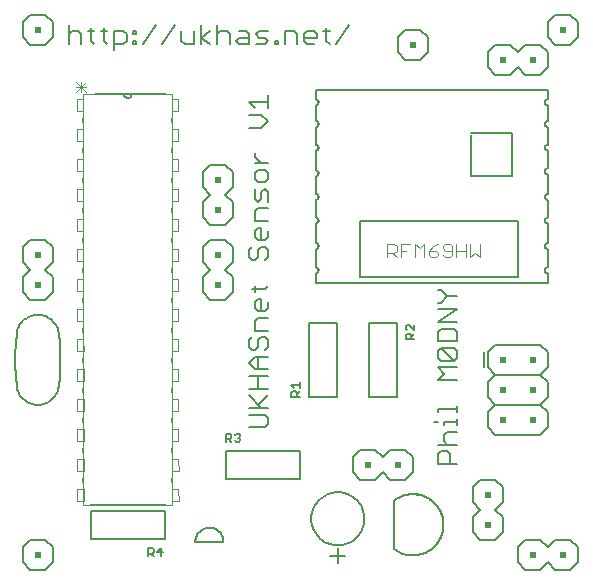
<source format=gto>
G75*
G70*
%OFA0B0*%
%FSLAX24Y24*%
%IPPOS*%
%LPD*%
%AMOC8*
5,1,8,0,0,1.08239X$1,22.5*
%
%ADD10C,0.0060*%
%ADD11C,0.0050*%
%ADD12C,0.0040*%
%ADD13C,0.0080*%
%ADD14R,0.0200X0.0200*%
%ADD15C,0.0030*%
%ADD16C,0.0000*%
D10*
X003420Y003830D02*
X005940Y003830D01*
X006160Y004610D02*
X006160Y004750D01*
X006160Y005610D02*
X006160Y005750D01*
X006160Y006610D02*
X006160Y006750D01*
X006160Y007610D02*
X006160Y007750D01*
X006160Y008610D02*
X006160Y008750D01*
X006160Y009610D02*
X006160Y009750D01*
X006160Y010610D02*
X006160Y010750D01*
X006160Y011610D02*
X006160Y011750D01*
X006160Y012610D02*
X006160Y012750D01*
X006160Y013610D02*
X006160Y013750D01*
X006160Y014610D02*
X006160Y014750D01*
X006160Y015610D02*
X006160Y015750D01*
X006160Y016610D02*
X006160Y016750D01*
X005940Y017530D02*
X004800Y017530D01*
X004560Y017530D01*
X003590Y017530D01*
X003200Y016750D02*
X003200Y016610D01*
X003200Y015750D02*
X003200Y015610D01*
X003200Y014750D02*
X003200Y014610D01*
X003200Y013750D02*
X003200Y013610D01*
X003200Y012750D02*
X003200Y012610D01*
X003200Y011750D02*
X003200Y011610D01*
X003200Y010750D02*
X003200Y010610D01*
X003200Y009750D02*
X003200Y009610D01*
X003200Y008750D02*
X003200Y008610D01*
X003200Y007750D02*
X003200Y007610D01*
X003200Y006750D02*
X003200Y006610D01*
X003200Y005750D02*
X003200Y005610D01*
X003200Y004750D02*
X003200Y004610D01*
X008709Y006430D02*
X009243Y006430D01*
X009350Y006537D01*
X009350Y006751D01*
X009243Y006857D01*
X008709Y006857D01*
X008709Y007075D02*
X009350Y007075D01*
X009136Y007075D02*
X008709Y007502D01*
X008709Y007719D02*
X009350Y007719D01*
X009350Y007502D02*
X009030Y007182D01*
X009030Y007719D02*
X009030Y008146D01*
X009030Y008364D02*
X009030Y008791D01*
X008923Y008791D02*
X009350Y008791D01*
X009243Y009009D02*
X009350Y009115D01*
X009350Y009329D01*
X009243Y009436D01*
X009136Y009436D01*
X009030Y009329D01*
X009030Y009115D01*
X008923Y009009D01*
X008816Y009009D01*
X008709Y009115D01*
X008709Y009329D01*
X008816Y009436D01*
X008923Y009653D02*
X008923Y009973D01*
X009030Y010080D01*
X009350Y010080D01*
X009243Y010298D02*
X009030Y010298D01*
X008923Y010404D01*
X008923Y010618D01*
X009030Y010725D01*
X009136Y010725D01*
X009136Y010298D01*
X009243Y010298D02*
X009350Y010404D01*
X009350Y010618D01*
X009243Y011049D02*
X008816Y011049D01*
X008923Y010942D02*
X008923Y011156D01*
X009243Y011049D02*
X009350Y011156D01*
X009243Y012016D02*
X009350Y012123D01*
X009350Y012337D01*
X009243Y012443D01*
X009136Y012443D01*
X009030Y012337D01*
X009030Y012123D01*
X008923Y012016D01*
X008816Y012016D01*
X008709Y012123D01*
X008709Y012337D01*
X008816Y012443D01*
X009030Y012661D02*
X008923Y012768D01*
X008923Y012981D01*
X009030Y013088D01*
X009136Y013088D01*
X009136Y012661D01*
X009030Y012661D02*
X009243Y012661D01*
X009350Y012768D01*
X009350Y012981D01*
X009350Y013306D02*
X008923Y013306D01*
X008923Y013626D01*
X009030Y013733D01*
X009350Y013733D01*
X009350Y013950D02*
X009350Y014270D01*
X009243Y014377D01*
X009136Y014270D01*
X009136Y014057D01*
X009030Y013950D01*
X008923Y014057D01*
X008923Y014377D01*
X009030Y014595D02*
X008923Y014701D01*
X008923Y014915D01*
X009030Y015022D01*
X009243Y015022D01*
X009350Y014915D01*
X009350Y014701D01*
X009243Y014595D01*
X009030Y014595D01*
X009136Y015239D02*
X008923Y015453D01*
X008923Y015559D01*
X008923Y015239D02*
X009350Y015239D01*
X009136Y016421D02*
X008709Y016421D01*
X008709Y016848D02*
X009136Y016848D01*
X009350Y016634D01*
X009136Y016421D01*
X008923Y017065D02*
X008709Y017279D01*
X009350Y017279D01*
X009350Y017492D02*
X009350Y017065D01*
X009261Y019210D02*
X008941Y019210D01*
X008723Y019210D02*
X008403Y019210D01*
X008296Y019317D01*
X008403Y019424D01*
X008723Y019424D01*
X008723Y019530D02*
X008723Y019210D01*
X008723Y019530D02*
X008616Y019637D01*
X008403Y019637D01*
X008079Y019530D02*
X008079Y019210D01*
X008079Y019530D02*
X007972Y019637D01*
X007758Y019637D01*
X007652Y019530D01*
X007435Y019637D02*
X007114Y019424D01*
X007435Y019210D01*
X007652Y019210D02*
X007652Y019851D01*
X007114Y019851D02*
X007114Y019210D01*
X006897Y019210D02*
X006897Y019637D01*
X006897Y019210D02*
X006577Y019210D01*
X006470Y019317D01*
X006470Y019637D01*
X006252Y019851D02*
X005825Y019210D01*
X005181Y019210D02*
X005608Y019851D01*
X004965Y019637D02*
X004965Y019530D01*
X004858Y019530D01*
X004858Y019637D01*
X004965Y019637D01*
X004965Y019317D02*
X004858Y019317D01*
X004858Y019210D01*
X004965Y019210D01*
X004965Y019317D01*
X004641Y019317D02*
X004534Y019210D01*
X004214Y019210D01*
X004214Y018996D02*
X004214Y019637D01*
X004534Y019637D01*
X004641Y019530D01*
X004641Y019317D01*
X003998Y019210D02*
X003891Y019317D01*
X003891Y019744D01*
X003784Y019637D02*
X003998Y019637D01*
X003568Y019637D02*
X003355Y019637D01*
X003461Y019744D02*
X003461Y019317D01*
X003568Y019210D01*
X003137Y019210D02*
X003137Y019530D01*
X003030Y019637D01*
X002817Y019637D01*
X002710Y019530D01*
X002710Y019210D02*
X002710Y019851D01*
X004560Y017530D02*
X004562Y017509D01*
X004567Y017489D01*
X004576Y017470D01*
X004588Y017453D01*
X004603Y017438D01*
X004620Y017426D01*
X004639Y017417D01*
X004659Y017412D01*
X004680Y017410D01*
X004701Y017412D01*
X004721Y017417D01*
X004740Y017426D01*
X004757Y017438D01*
X004772Y017453D01*
X004784Y017470D01*
X004793Y017489D01*
X004798Y017509D01*
X004800Y017530D01*
X008941Y019530D02*
X009047Y019637D01*
X009368Y019637D01*
X009261Y019424D02*
X009047Y019424D01*
X008941Y019530D01*
X009261Y019424D02*
X009368Y019317D01*
X009261Y019210D01*
X009585Y019210D02*
X009585Y019317D01*
X009692Y019317D01*
X009692Y019210D01*
X009585Y019210D01*
X009907Y019210D02*
X009907Y019637D01*
X010228Y019637D01*
X010335Y019530D01*
X010335Y019210D01*
X010552Y019317D02*
X010552Y019530D01*
X010659Y019637D01*
X010872Y019637D01*
X010979Y019530D01*
X010979Y019424D01*
X010552Y019424D01*
X010552Y019317D02*
X010659Y019210D01*
X010872Y019210D01*
X011303Y019317D02*
X011410Y019210D01*
X011303Y019317D02*
X011303Y019744D01*
X011197Y019637D02*
X011410Y019637D01*
X011626Y019210D02*
X012053Y019851D01*
X015009Y011008D02*
X015116Y011008D01*
X015330Y010795D01*
X015650Y010795D01*
X015330Y010795D02*
X015116Y010581D01*
X015009Y010581D01*
X015009Y010364D02*
X015650Y010364D01*
X015009Y009937D01*
X015650Y009937D01*
X015543Y009719D02*
X015116Y009719D01*
X015009Y009612D01*
X015009Y009292D01*
X015650Y009292D01*
X015650Y009612D01*
X015543Y009719D01*
X015543Y009075D02*
X015116Y009075D01*
X015543Y008648D01*
X015650Y008754D01*
X015650Y008968D01*
X015543Y009075D01*
X015116Y009075D02*
X015009Y008968D01*
X015009Y008754D01*
X015116Y008648D01*
X015543Y008648D01*
X015650Y008430D02*
X015009Y008430D01*
X015223Y008217D01*
X015009Y008003D01*
X015650Y008003D01*
X015650Y007142D02*
X015650Y006929D01*
X015650Y007036D02*
X015009Y007036D01*
X015009Y006929D01*
X015009Y006606D02*
X014903Y006606D01*
X015223Y006606D02*
X015650Y006606D01*
X015650Y006499D02*
X015650Y006713D01*
X015650Y006282D02*
X015330Y006282D01*
X015223Y006175D01*
X015223Y005961D01*
X015330Y005855D01*
X015330Y005637D02*
X015116Y005637D01*
X015009Y005530D01*
X015009Y005210D01*
X015650Y005210D01*
X015436Y005210D02*
X015436Y005530D01*
X015330Y005637D01*
X015650Y005855D02*
X015009Y005855D01*
X015223Y006499D02*
X015223Y006606D01*
X013560Y003990D02*
X013560Y002370D01*
X013560Y003090D02*
X013560Y003250D01*
X013740Y004110D02*
X013798Y004136D01*
X013857Y004157D01*
X013918Y004175D01*
X013979Y004189D01*
X014042Y004199D01*
X014104Y004205D01*
X014168Y004208D01*
X014231Y004207D01*
X014294Y004201D01*
X014356Y004192D01*
X014418Y004179D01*
X014479Y004162D01*
X014539Y004142D01*
X014597Y004118D01*
X014654Y004090D01*
X014709Y004059D01*
X014761Y004024D01*
X014812Y003986D01*
X014860Y003946D01*
X014906Y003902D01*
X014949Y003856D01*
X014989Y003807D01*
X015026Y003755D01*
X015059Y003702D01*
X015090Y003647D01*
X015116Y003589D01*
X015140Y003531D01*
X015159Y003471D01*
X015175Y003409D01*
X015187Y003347D01*
X015195Y003285D01*
X015199Y003222D01*
X015200Y003159D01*
X015196Y003096D01*
X015189Y003033D01*
X015178Y002971D01*
X015162Y002909D01*
X015144Y002849D01*
X015121Y002790D01*
X015095Y002732D01*
X015065Y002677D01*
X015033Y002623D01*
X014996Y002571D01*
X014957Y002522D01*
X014915Y002475D01*
X014870Y002431D01*
X014822Y002389D01*
X014772Y002351D01*
X014719Y002316D01*
X014664Y002284D01*
X014608Y002256D01*
X014550Y002231D01*
X014491Y002210D01*
X014430Y002192D01*
X014368Y002178D01*
X014306Y002168D01*
X014243Y002162D01*
X014180Y002160D01*
X013560Y002370D02*
X013612Y002333D01*
X013665Y002300D01*
X013720Y002269D01*
X013778Y002243D01*
X013836Y002219D01*
X013896Y002200D01*
X013957Y002184D01*
X014019Y002172D01*
X014082Y002164D01*
X014145Y002160D01*
X014208Y002159D01*
X014271Y002163D01*
X014334Y002170D01*
X014396Y002182D01*
X014457Y002197D01*
X014517Y002216D01*
X014576Y002238D01*
X014634Y002264D01*
X014689Y002294D01*
X014743Y002327D01*
X014795Y002363D01*
X014844Y002403D01*
X014891Y002445D01*
X014935Y002490D01*
X014976Y002538D01*
X015014Y002588D01*
X015049Y002641D01*
X015081Y002695D01*
X015109Y002752D01*
X015134Y002810D01*
X015155Y002869D01*
X015172Y002930D01*
X015185Y002992D01*
X015195Y003054D01*
X015201Y003117D01*
X015203Y003180D01*
X015201Y003243D01*
X015195Y003306D01*
X015185Y003368D01*
X015172Y003430D01*
X015155Y003491D01*
X015134Y003550D01*
X015109Y003608D01*
X015081Y003665D01*
X015049Y003719D01*
X015014Y003772D01*
X014976Y003822D01*
X014935Y003870D01*
X014891Y003915D01*
X014844Y003957D01*
X014795Y003997D01*
X014743Y004033D01*
X014689Y004066D01*
X014634Y004096D01*
X014576Y004122D01*
X014517Y004144D01*
X014457Y004163D01*
X014396Y004178D01*
X014334Y004190D01*
X014271Y004197D01*
X014208Y004201D01*
X014145Y004200D01*
X014082Y004196D01*
X014019Y004188D01*
X013957Y004176D01*
X013896Y004160D01*
X013836Y004141D01*
X013778Y004117D01*
X013720Y004091D01*
X013665Y004060D01*
X013612Y004027D01*
X013560Y003990D01*
X013730Y002260D02*
X013784Y002237D01*
X013838Y002217D01*
X013894Y002200D01*
X013950Y002185D01*
X014007Y002174D01*
X014065Y002166D01*
X014122Y002162D01*
X014180Y002160D01*
X011930Y002150D02*
X011430Y002150D01*
X011930Y002150D01*
X011680Y001900D02*
X011680Y002400D01*
X011680Y001900D01*
X011680Y002500D02*
X011622Y002502D01*
X011564Y002508D01*
X011507Y002517D01*
X011451Y002530D01*
X011396Y002547D01*
X011341Y002567D01*
X011289Y002591D01*
X011237Y002619D01*
X011188Y002649D01*
X011141Y002683D01*
X011096Y002720D01*
X011054Y002759D01*
X011015Y002801D01*
X010978Y002846D01*
X010944Y002893D01*
X010914Y002943D01*
X010886Y002994D01*
X010862Y003046D01*
X010842Y003101D01*
X010825Y003156D01*
X010812Y003212D01*
X010803Y003269D01*
X010797Y003327D01*
X010795Y003385D01*
X010797Y003443D01*
X010803Y003501D01*
X010812Y003558D01*
X010825Y003614D01*
X010842Y003669D01*
X010862Y003724D01*
X010886Y003776D01*
X010914Y003828D01*
X010944Y003877D01*
X010978Y003924D01*
X011015Y003969D01*
X011054Y004011D01*
X011096Y004050D01*
X011141Y004087D01*
X011188Y004121D01*
X011238Y004151D01*
X011289Y004179D01*
X011341Y004203D01*
X011396Y004223D01*
X011451Y004240D01*
X011507Y004253D01*
X011564Y004262D01*
X011622Y004268D01*
X011680Y004270D01*
X011738Y004268D01*
X011796Y004262D01*
X011853Y004253D01*
X011909Y004240D01*
X011964Y004223D01*
X012019Y004203D01*
X012071Y004179D01*
X012122Y004151D01*
X012172Y004121D01*
X012219Y004087D01*
X012264Y004050D01*
X012306Y004011D01*
X012345Y003969D01*
X012382Y003924D01*
X012416Y003877D01*
X012446Y003828D01*
X012474Y003776D01*
X012498Y003724D01*
X012518Y003669D01*
X012535Y003614D01*
X012548Y003558D01*
X012557Y003501D01*
X012563Y003443D01*
X012565Y003385D01*
X012563Y003327D01*
X012557Y003269D01*
X012548Y003212D01*
X012535Y003156D01*
X012518Y003101D01*
X012498Y003046D01*
X012474Y002994D01*
X012446Y002943D01*
X012416Y002893D01*
X012382Y002846D01*
X012345Y002801D01*
X012306Y002759D01*
X012264Y002720D01*
X012219Y002683D01*
X012172Y002649D01*
X012123Y002619D01*
X012071Y002591D01*
X012019Y002567D01*
X011964Y002547D01*
X011909Y002530D01*
X011853Y002517D01*
X011796Y002508D01*
X011738Y002502D01*
X011680Y002500D01*
X011622Y002502D01*
X011564Y002508D01*
X011507Y002517D01*
X011451Y002530D01*
X011396Y002547D01*
X011341Y002567D01*
X011289Y002591D01*
X011237Y002619D01*
X011188Y002649D01*
X011141Y002683D01*
X011096Y002720D01*
X011054Y002759D01*
X011015Y002801D01*
X010978Y002846D01*
X010944Y002893D01*
X010914Y002943D01*
X010886Y002994D01*
X010862Y003046D01*
X010842Y003101D01*
X010825Y003156D01*
X010812Y003212D01*
X010803Y003269D01*
X010797Y003327D01*
X010795Y003385D01*
X010797Y003443D01*
X010803Y003501D01*
X010812Y003558D01*
X010825Y003614D01*
X010842Y003669D01*
X010862Y003724D01*
X010886Y003776D01*
X010914Y003828D01*
X010944Y003877D01*
X010978Y003924D01*
X011015Y003969D01*
X011054Y004011D01*
X011096Y004050D01*
X011141Y004087D01*
X011188Y004121D01*
X011238Y004151D01*
X011289Y004179D01*
X011341Y004203D01*
X011396Y004223D01*
X011451Y004240D01*
X011507Y004253D01*
X011564Y004262D01*
X011622Y004268D01*
X011680Y004270D01*
X011738Y004268D01*
X011796Y004262D01*
X011853Y004253D01*
X011909Y004240D01*
X011964Y004223D01*
X012019Y004203D01*
X012071Y004179D01*
X012122Y004151D01*
X012172Y004121D01*
X012219Y004087D01*
X012264Y004050D01*
X012306Y004011D01*
X012345Y003969D01*
X012382Y003924D01*
X012416Y003877D01*
X012446Y003828D01*
X012474Y003776D01*
X012498Y003724D01*
X012518Y003669D01*
X012535Y003614D01*
X012548Y003558D01*
X012557Y003501D01*
X012563Y003443D01*
X012565Y003385D01*
X012563Y003327D01*
X012557Y003269D01*
X012548Y003212D01*
X012535Y003156D01*
X012518Y003101D01*
X012498Y003046D01*
X012474Y002994D01*
X012446Y002943D01*
X012416Y002893D01*
X012382Y002846D01*
X012345Y002801D01*
X012306Y002759D01*
X012264Y002720D01*
X012219Y002683D01*
X012172Y002649D01*
X012123Y002619D01*
X012071Y002591D01*
X012019Y002567D01*
X011964Y002547D01*
X011909Y002530D01*
X011853Y002517D01*
X011796Y002508D01*
X011738Y002502D01*
X011680Y002500D01*
X009350Y008146D02*
X008709Y008146D01*
X008923Y008364D02*
X008709Y008578D01*
X008923Y008791D01*
X008923Y008364D02*
X009350Y008364D01*
X009350Y009653D02*
X008923Y009653D01*
D11*
X010405Y007930D02*
X010405Y007750D01*
X010405Y007840D02*
X010135Y007840D01*
X010225Y007750D01*
X010180Y007635D02*
X010270Y007635D01*
X010315Y007590D01*
X010315Y007455D01*
X010405Y007455D02*
X010135Y007455D01*
X010135Y007590D01*
X010180Y007635D01*
X010315Y007545D02*
X010405Y007635D01*
X008430Y006180D02*
X008430Y006135D01*
X008385Y006090D01*
X008430Y006045D01*
X008430Y006000D01*
X008385Y005955D01*
X008295Y005955D01*
X008250Y006000D01*
X008135Y005955D02*
X008045Y006045D01*
X008090Y006045D02*
X007955Y006045D01*
X007955Y005955D02*
X007955Y006225D01*
X008090Y006225D01*
X008135Y006180D01*
X008135Y006090D01*
X008090Y006045D01*
X008250Y006180D02*
X008295Y006225D01*
X008385Y006225D01*
X008430Y006180D01*
X008385Y006090D02*
X008340Y006090D01*
X007868Y002618D02*
X006930Y002618D01*
X006932Y002660D01*
X006938Y002702D01*
X006947Y002743D01*
X006960Y002783D01*
X006976Y002821D01*
X006996Y002859D01*
X007020Y002894D01*
X007046Y002927D01*
X007075Y002957D01*
X007107Y002985D01*
X007141Y003009D01*
X007177Y003031D01*
X007215Y003049D01*
X007254Y003064D01*
X007295Y003075D01*
X007336Y003083D01*
X007378Y003087D01*
X007420Y003087D01*
X007462Y003083D01*
X007503Y003075D01*
X007544Y003064D01*
X007583Y003049D01*
X007621Y003031D01*
X007657Y003009D01*
X007691Y002985D01*
X007723Y002957D01*
X007752Y002927D01*
X007778Y002894D01*
X007802Y002859D01*
X007822Y002821D01*
X007838Y002783D01*
X007851Y002743D01*
X007860Y002702D01*
X007866Y002660D01*
X007868Y002618D01*
X005841Y002270D02*
X005660Y002270D01*
X005795Y002405D01*
X005795Y002135D01*
X005546Y002135D02*
X005456Y002225D01*
X005501Y002225D02*
X005366Y002225D01*
X005366Y002135D02*
X005366Y002405D01*
X005501Y002405D01*
X005546Y002360D01*
X005546Y002270D01*
X005501Y002225D01*
X013955Y009366D02*
X013955Y009501D01*
X014000Y009546D01*
X014090Y009546D01*
X014135Y009501D01*
X014135Y009366D01*
X014135Y009456D02*
X014225Y009546D01*
X014225Y009660D02*
X014045Y009841D01*
X014000Y009841D01*
X013955Y009795D01*
X013955Y009705D01*
X014000Y009660D01*
X014225Y009660D02*
X014225Y009841D01*
X014225Y009366D02*
X013955Y009366D01*
X012430Y011430D02*
X017680Y011430D01*
X017680Y013305D01*
X012430Y013305D01*
X012430Y011430D01*
X010943Y011570D02*
X010943Y011256D01*
X018680Y011256D01*
X018680Y011570D01*
X018662Y011572D01*
X018645Y011577D01*
X018628Y011585D01*
X018614Y011596D01*
X018602Y011609D01*
X018592Y011624D01*
X018586Y011641D01*
X018582Y011659D01*
X018582Y011677D01*
X018586Y011695D01*
X018592Y011712D01*
X018602Y011727D01*
X018614Y011740D01*
X018628Y011751D01*
X018645Y011759D01*
X018662Y011764D01*
X018680Y011766D01*
X018680Y011767D02*
X018680Y012382D01*
X018680Y012383D02*
X018662Y012385D01*
X018645Y012390D01*
X018628Y012398D01*
X018614Y012409D01*
X018602Y012422D01*
X018592Y012437D01*
X018586Y012454D01*
X018582Y012472D01*
X018582Y012490D01*
X018586Y012508D01*
X018592Y012525D01*
X018602Y012540D01*
X018614Y012553D01*
X018628Y012564D01*
X018645Y012572D01*
X018662Y012577D01*
X018680Y012579D01*
X018680Y013232D01*
X018680Y013233D02*
X018662Y013235D01*
X018645Y013240D01*
X018628Y013248D01*
X018614Y013259D01*
X018602Y013272D01*
X018592Y013287D01*
X018586Y013304D01*
X018582Y013322D01*
X018582Y013340D01*
X018586Y013358D01*
X018592Y013375D01*
X018602Y013390D01*
X018614Y013403D01*
X018628Y013414D01*
X018645Y013422D01*
X018662Y013427D01*
X018680Y013429D01*
X018680Y014020D01*
X018662Y014022D01*
X018645Y014027D01*
X018628Y014035D01*
X018614Y014046D01*
X018602Y014059D01*
X018592Y014074D01*
X018586Y014091D01*
X018582Y014109D01*
X018582Y014127D01*
X018586Y014145D01*
X018592Y014162D01*
X018602Y014177D01*
X018614Y014190D01*
X018628Y014201D01*
X018645Y014209D01*
X018662Y014214D01*
X018680Y014216D01*
X018680Y014869D01*
X018680Y014870D02*
X018662Y014872D01*
X018645Y014877D01*
X018628Y014885D01*
X018614Y014896D01*
X018602Y014909D01*
X018592Y014924D01*
X018586Y014941D01*
X018582Y014959D01*
X018582Y014977D01*
X018586Y014995D01*
X018592Y015012D01*
X018602Y015027D01*
X018614Y015040D01*
X018628Y015051D01*
X018645Y015059D01*
X018662Y015064D01*
X018680Y015066D01*
X018680Y015657D01*
X018662Y015659D01*
X018645Y015664D01*
X018628Y015672D01*
X018614Y015683D01*
X018602Y015696D01*
X018592Y015711D01*
X018586Y015728D01*
X018582Y015746D01*
X018582Y015764D01*
X018586Y015782D01*
X018592Y015799D01*
X018602Y015814D01*
X018614Y015827D01*
X018628Y015838D01*
X018645Y015846D01*
X018662Y015851D01*
X018680Y015853D01*
X018680Y015854D02*
X018680Y016444D01*
X018680Y016445D02*
X018662Y016447D01*
X018645Y016452D01*
X018628Y016460D01*
X018614Y016471D01*
X018602Y016484D01*
X018592Y016499D01*
X018586Y016516D01*
X018582Y016534D01*
X018582Y016552D01*
X018586Y016570D01*
X018592Y016587D01*
X018602Y016602D01*
X018614Y016615D01*
X018628Y016626D01*
X018645Y016634D01*
X018662Y016639D01*
X018680Y016641D01*
X018680Y017169D01*
X018680Y017170D02*
X018662Y017172D01*
X018645Y017177D01*
X018628Y017185D01*
X018614Y017196D01*
X018602Y017209D01*
X018592Y017224D01*
X018586Y017241D01*
X018582Y017259D01*
X018582Y017277D01*
X018586Y017295D01*
X018592Y017312D01*
X018602Y017327D01*
X018614Y017340D01*
X018628Y017351D01*
X018645Y017359D01*
X018662Y017364D01*
X018680Y017366D01*
X018680Y017680D01*
X010943Y017680D01*
X010943Y017366D01*
X010961Y017364D01*
X010978Y017359D01*
X010995Y017351D01*
X011009Y017340D01*
X011021Y017327D01*
X011031Y017312D01*
X011037Y017295D01*
X011041Y017277D01*
X011041Y017259D01*
X011037Y017241D01*
X011031Y017224D01*
X011021Y017209D01*
X011009Y017196D01*
X010995Y017185D01*
X010978Y017177D01*
X010961Y017172D01*
X010943Y017170D01*
X010943Y017169D02*
X010943Y016641D01*
X010961Y016639D01*
X010978Y016634D01*
X010995Y016626D01*
X011009Y016615D01*
X011021Y016602D01*
X011031Y016587D01*
X011037Y016570D01*
X011041Y016552D01*
X011041Y016534D01*
X011037Y016516D01*
X011031Y016499D01*
X011021Y016484D01*
X011009Y016471D01*
X010995Y016460D01*
X010978Y016452D01*
X010961Y016447D01*
X010943Y016445D01*
X010943Y016444D02*
X010943Y015854D01*
X010943Y015853D02*
X010961Y015851D01*
X010978Y015846D01*
X010995Y015838D01*
X011009Y015827D01*
X011021Y015814D01*
X011031Y015799D01*
X011037Y015782D01*
X011041Y015764D01*
X011041Y015746D01*
X011037Y015728D01*
X011031Y015711D01*
X011021Y015696D01*
X011009Y015683D01*
X010995Y015672D01*
X010978Y015664D01*
X010961Y015659D01*
X010943Y015657D01*
X010943Y015004D01*
X010943Y015003D02*
X010961Y015001D01*
X010978Y014996D01*
X010995Y014988D01*
X011009Y014977D01*
X011021Y014964D01*
X011031Y014949D01*
X011037Y014932D01*
X011041Y014914D01*
X011041Y014896D01*
X011037Y014878D01*
X011031Y014861D01*
X011021Y014846D01*
X011009Y014833D01*
X010995Y014822D01*
X010978Y014814D01*
X010961Y014809D01*
X010943Y014807D01*
X010943Y014216D01*
X010961Y014214D01*
X010978Y014209D01*
X010995Y014201D01*
X011009Y014190D01*
X011021Y014177D01*
X011031Y014162D01*
X011037Y014145D01*
X011041Y014127D01*
X011041Y014109D01*
X011037Y014091D01*
X011031Y014074D01*
X011021Y014059D01*
X011009Y014046D01*
X010995Y014035D01*
X010978Y014027D01*
X010961Y014022D01*
X010943Y014020D01*
X010943Y013429D01*
X010961Y013427D01*
X010978Y013422D01*
X010995Y013414D01*
X011009Y013403D01*
X011021Y013390D01*
X011031Y013375D01*
X011037Y013358D01*
X011041Y013340D01*
X011041Y013322D01*
X011037Y013304D01*
X011031Y013287D01*
X011021Y013272D01*
X011009Y013259D01*
X010995Y013248D01*
X010978Y013240D01*
X010961Y013235D01*
X010943Y013233D01*
X010943Y013232D02*
X010943Y012579D01*
X010961Y012577D01*
X010978Y012572D01*
X010995Y012564D01*
X011009Y012553D01*
X011021Y012540D01*
X011031Y012525D01*
X011037Y012508D01*
X011041Y012490D01*
X011041Y012472D01*
X011037Y012454D01*
X011031Y012437D01*
X011021Y012422D01*
X011009Y012409D01*
X010995Y012398D01*
X010978Y012390D01*
X010961Y012385D01*
X010943Y012383D01*
X010943Y012382D02*
X010943Y011767D01*
X010943Y011766D02*
X010961Y011764D01*
X010978Y011759D01*
X010995Y011751D01*
X011009Y011740D01*
X011021Y011727D01*
X011031Y011712D01*
X011037Y011695D01*
X011041Y011677D01*
X011041Y011659D01*
X011037Y011641D01*
X011031Y011624D01*
X011021Y011609D01*
X011009Y011596D01*
X010995Y011585D01*
X010978Y011577D01*
X010961Y011572D01*
X010943Y011570D01*
X016118Y014805D02*
X017493Y014805D01*
X017493Y016243D01*
X016118Y016243D01*
X016118Y016180D02*
X016118Y014805D01*
D12*
X016098Y012555D02*
X016098Y012094D01*
X016251Y012248D01*
X016405Y012094D01*
X016405Y012555D01*
X015944Y012555D02*
X015944Y012094D01*
X015944Y012324D02*
X015637Y012324D01*
X015484Y012324D02*
X015254Y012324D01*
X015177Y012401D01*
X015177Y012478D01*
X015254Y012555D01*
X015407Y012555D01*
X015484Y012478D01*
X015484Y012171D01*
X015407Y012094D01*
X015254Y012094D01*
X015177Y012171D01*
X015024Y012171D02*
X015024Y012248D01*
X014947Y012324D01*
X014717Y012324D01*
X014717Y012171D01*
X014793Y012094D01*
X014947Y012094D01*
X015024Y012171D01*
X014870Y012478D02*
X014717Y012324D01*
X014870Y012478D02*
X015024Y012555D01*
X014563Y012555D02*
X014563Y012094D01*
X014256Y012094D02*
X014256Y012555D01*
X014410Y012401D01*
X014563Y012555D01*
X014103Y012555D02*
X013796Y012555D01*
X013796Y012094D01*
X013642Y012094D02*
X013489Y012248D01*
X013566Y012248D02*
X013336Y012248D01*
X013336Y012094D02*
X013336Y012555D01*
X013566Y012555D01*
X013642Y012478D01*
X013642Y012324D01*
X013566Y012248D01*
X013796Y012324D02*
X013949Y012324D01*
X015637Y012094D02*
X015637Y012555D01*
D13*
X001930Y001680D02*
X001430Y001680D01*
X001180Y001930D01*
X001180Y002430D01*
X001430Y002680D01*
X001930Y002680D01*
X002180Y002430D01*
X002180Y001930D01*
X001930Y001680D01*
X003440Y002708D02*
X003440Y003652D01*
X005920Y003652D01*
X005920Y002708D01*
X003440Y002708D01*
X007940Y004708D02*
X010420Y004708D01*
X010420Y005652D01*
X007940Y005652D01*
X007940Y004708D01*
X010708Y007440D02*
X010708Y009920D01*
X011652Y009920D01*
X011652Y007440D01*
X010708Y007440D01*
X000980Y007780D02*
X000948Y008139D01*
X000932Y008500D01*
X000932Y008860D01*
X000948Y009221D01*
X000980Y009580D01*
X000990Y009632D01*
X001004Y009683D01*
X001022Y009733D01*
X001043Y009781D01*
X001068Y009828D01*
X001096Y009872D01*
X001128Y009915D01*
X001162Y009955D01*
X001200Y009992D01*
X001240Y010026D01*
X001282Y010058D01*
X001327Y010086D01*
X001374Y010110D01*
X001422Y010131D01*
X001472Y010149D01*
X001523Y010162D01*
X001575Y010172D01*
X001627Y010178D01*
X001680Y010180D01*
X001733Y010178D01*
X001785Y010172D01*
X001837Y010162D01*
X001888Y010149D01*
X001938Y010131D01*
X001986Y010110D01*
X002033Y010086D01*
X002078Y010058D01*
X002120Y010026D01*
X002160Y009992D01*
X002198Y009955D01*
X002232Y009915D01*
X002264Y009872D01*
X002292Y009828D01*
X002317Y009781D01*
X002338Y009733D01*
X002356Y009683D01*
X002370Y009632D01*
X002380Y009580D01*
X001930Y010680D02*
X001430Y010680D01*
X001180Y010930D01*
X001180Y011430D01*
X001430Y011680D01*
X001180Y011930D01*
X001180Y012430D01*
X001430Y012680D01*
X001930Y012680D01*
X002180Y012430D01*
X002180Y011930D01*
X001930Y011680D01*
X002180Y011430D01*
X002180Y010930D01*
X001930Y010680D01*
X002380Y009580D02*
X002412Y009221D01*
X002428Y008860D01*
X002428Y008500D01*
X002412Y008139D01*
X002380Y007780D01*
X002370Y007728D01*
X002356Y007677D01*
X002338Y007627D01*
X002317Y007579D01*
X002292Y007532D01*
X002264Y007488D01*
X002232Y007445D01*
X002198Y007405D01*
X002160Y007368D01*
X002120Y007334D01*
X002078Y007302D01*
X002033Y007274D01*
X001986Y007250D01*
X001938Y007229D01*
X001888Y007211D01*
X001837Y007198D01*
X001785Y007188D01*
X001733Y007182D01*
X001680Y007180D01*
X001627Y007182D01*
X001575Y007188D01*
X001523Y007198D01*
X001472Y007211D01*
X001422Y007229D01*
X001374Y007250D01*
X001327Y007274D01*
X001282Y007302D01*
X001240Y007334D01*
X001200Y007368D01*
X001162Y007405D01*
X001128Y007445D01*
X001096Y007488D01*
X001068Y007532D01*
X001043Y007579D01*
X001022Y007627D01*
X001004Y007677D01*
X000990Y007728D01*
X000980Y007780D01*
X007180Y010930D02*
X007180Y011430D01*
X007430Y011680D01*
X007180Y011930D01*
X007180Y012430D01*
X007430Y012680D01*
X007930Y012680D01*
X008180Y012430D01*
X008180Y011930D01*
X007930Y011680D01*
X008180Y011430D01*
X008180Y010930D01*
X007930Y010680D01*
X007430Y010680D01*
X007180Y010930D01*
X007430Y013180D02*
X007930Y013180D01*
X008180Y013430D01*
X008180Y013930D01*
X007930Y014180D01*
X008180Y014430D01*
X008180Y014930D01*
X007930Y015180D01*
X007430Y015180D01*
X007180Y014930D01*
X007180Y014430D01*
X007430Y014180D01*
X007180Y013930D01*
X007180Y013430D01*
X007430Y013180D01*
X012708Y009920D02*
X012708Y007440D01*
X013652Y007440D01*
X013652Y009920D01*
X012708Y009920D01*
X016548Y008930D02*
X016548Y008430D01*
X016680Y008430D02*
X016680Y008930D01*
X016930Y009180D01*
X018430Y009180D01*
X018680Y008930D01*
X018680Y008430D01*
X018430Y008180D01*
X016930Y008180D01*
X016680Y007930D01*
X016680Y007430D01*
X016930Y007180D01*
X018430Y007180D01*
X018680Y006930D01*
X018680Y006430D01*
X018430Y006180D01*
X016930Y006180D01*
X016680Y006430D01*
X016680Y006930D01*
X016930Y007180D01*
X016930Y008180D02*
X016680Y008430D01*
X018430Y008180D02*
X018680Y007930D01*
X018680Y007430D01*
X018430Y007180D01*
X016930Y004680D02*
X016430Y004680D01*
X016180Y004430D01*
X016180Y003930D01*
X016430Y003680D01*
X016180Y003430D01*
X016180Y002930D01*
X016430Y002680D01*
X016930Y002680D01*
X017180Y002930D01*
X017180Y003430D01*
X016930Y003680D01*
X017180Y003930D01*
X017180Y004430D01*
X016930Y004680D01*
X017930Y002680D02*
X018430Y002680D01*
X018680Y002430D01*
X018930Y002680D01*
X019430Y002680D01*
X019680Y002430D01*
X019680Y001930D01*
X019430Y001680D01*
X018930Y001680D01*
X018680Y001930D01*
X018430Y001680D01*
X017930Y001680D01*
X017680Y001930D01*
X017680Y002430D01*
X017930Y002680D01*
X014180Y004930D02*
X013930Y004680D01*
X013430Y004680D01*
X013180Y004930D01*
X012930Y004680D01*
X012430Y004680D01*
X012180Y004930D01*
X012180Y005430D01*
X012430Y005680D01*
X012930Y005680D01*
X013180Y005430D01*
X013430Y005680D01*
X013930Y005680D01*
X014180Y005430D01*
X014180Y004930D01*
X016930Y018180D02*
X016680Y018430D01*
X016680Y018930D01*
X016930Y019180D01*
X017430Y019180D01*
X017680Y018930D01*
X017930Y019180D01*
X018430Y019180D01*
X018680Y018930D01*
X018680Y018430D01*
X018430Y018180D01*
X017930Y018180D01*
X017680Y018430D01*
X017430Y018180D01*
X016930Y018180D01*
X018680Y019430D02*
X018680Y019930D01*
X018930Y020180D01*
X019430Y020180D01*
X019680Y019930D01*
X019680Y019430D01*
X019430Y019180D01*
X018930Y019180D01*
X018680Y019430D01*
X014680Y019430D02*
X014680Y018930D01*
X014430Y018680D01*
X013930Y018680D01*
X013680Y018930D01*
X013680Y019430D01*
X013930Y019680D01*
X014430Y019680D01*
X014680Y019430D01*
X002180Y019430D02*
X002180Y019930D01*
X001930Y020180D01*
X001430Y020180D01*
X001180Y019930D01*
X001180Y019430D01*
X001430Y019180D01*
X001930Y019180D01*
X002180Y019430D01*
D14*
X001680Y019680D03*
X007680Y014680D03*
X007680Y013680D03*
X007680Y012180D03*
X007680Y011180D03*
X001680Y011180D03*
X001680Y012180D03*
X001680Y002180D03*
X012680Y005180D03*
X013680Y005180D03*
X016680Y004180D03*
X016680Y003180D03*
X018180Y002180D03*
X019180Y002180D03*
X018180Y006680D03*
X018180Y007680D03*
X018180Y008680D03*
X017180Y008680D03*
X017180Y007680D03*
X017180Y006680D03*
X017180Y018680D03*
X018180Y018680D03*
X019180Y019680D03*
X014180Y019180D03*
D15*
X003279Y017927D02*
X002965Y017613D01*
X003279Y017927D01*
X003279Y017770D02*
X002965Y017770D01*
X003279Y017770D01*
X003279Y017613D02*
X002965Y017927D01*
X003279Y017613D01*
X003122Y017613D02*
X003122Y017927D01*
X003122Y017613D01*
D16*
X003200Y017530D02*
X003200Y003830D01*
X006160Y003830D01*
X006160Y017530D01*
X004800Y017530D01*
X004560Y017530D01*
X003200Y017530D01*
X003200Y017380D02*
X002980Y017380D01*
X002980Y016980D01*
X003200Y016980D01*
X003200Y017380D01*
X003200Y016380D02*
X002980Y016380D01*
X002980Y015980D01*
X003200Y015980D01*
X003200Y016380D01*
X003200Y015380D02*
X002980Y015380D01*
X002980Y014980D01*
X003200Y014980D01*
X003200Y015380D01*
X003200Y014380D02*
X002980Y014380D01*
X002980Y013980D01*
X003200Y013980D01*
X003200Y014380D01*
X003200Y013380D02*
X002980Y013380D01*
X002980Y012980D01*
X003200Y012980D01*
X003200Y013380D01*
X003200Y012380D02*
X002980Y012380D01*
X002980Y011980D01*
X003200Y011980D01*
X003200Y012380D01*
X003200Y011380D02*
X002980Y011380D01*
X002980Y010980D01*
X003200Y010980D01*
X003200Y011380D01*
X003200Y010380D02*
X002980Y010380D01*
X002980Y009980D01*
X003200Y009980D01*
X003200Y010380D01*
X003200Y009380D02*
X002980Y009380D01*
X002990Y008980D01*
X003210Y008980D01*
X003200Y009380D01*
X003210Y008380D02*
X002990Y008380D01*
X002990Y007980D01*
X003210Y007980D01*
X003210Y008380D01*
X003210Y007380D02*
X002990Y007380D01*
X002990Y006980D01*
X003210Y006980D01*
X003210Y007380D01*
X003210Y006380D02*
X002990Y006380D01*
X002990Y005980D01*
X003210Y005980D01*
X003210Y006380D01*
X003210Y005380D02*
X002990Y005380D01*
X002990Y004980D01*
X003210Y004980D01*
X003210Y005380D01*
X003210Y004380D02*
X002990Y004370D01*
X002990Y003980D01*
X003210Y003980D01*
X003210Y004380D01*
X006150Y004380D02*
X006160Y003980D01*
X006380Y003980D01*
X006370Y004380D01*
X006150Y004380D01*
X006160Y004980D02*
X006380Y004980D01*
X006370Y005380D01*
X006150Y005380D01*
X006160Y004980D01*
X006150Y005980D02*
X006370Y005980D01*
X006370Y006380D01*
X006150Y006380D01*
X006150Y005980D01*
X006150Y006980D02*
X006370Y006980D01*
X006370Y007380D01*
X006150Y007380D01*
X006150Y006980D01*
X006150Y007980D02*
X006370Y007980D01*
X006370Y008380D01*
X006150Y008380D01*
X006150Y007980D01*
X006150Y008980D02*
X006370Y008980D01*
X006370Y009380D01*
X006150Y009380D01*
X006150Y008980D01*
X006150Y009980D02*
X006370Y009980D01*
X006370Y010380D01*
X006150Y010380D01*
X006150Y009980D01*
X006150Y010980D02*
X006370Y010980D01*
X006370Y011380D01*
X006150Y011380D01*
X006150Y010980D01*
X006150Y011980D02*
X006370Y011980D01*
X006370Y012380D01*
X006150Y012380D01*
X006150Y011980D01*
X006150Y012980D02*
X006370Y012980D01*
X006370Y013380D01*
X006150Y013380D01*
X006150Y012980D01*
X006150Y013980D02*
X006370Y013980D01*
X006370Y014380D01*
X006150Y014380D01*
X006150Y013980D01*
X006150Y014980D02*
X006370Y014980D01*
X006370Y015380D01*
X006150Y015380D01*
X006150Y014980D01*
X006150Y015980D02*
X006370Y015980D01*
X006370Y016380D01*
X006150Y016380D01*
X006150Y015980D01*
X006150Y016980D02*
X006370Y016980D01*
X006370Y017380D01*
X006150Y017380D01*
X006150Y016980D01*
X004800Y017530D02*
X004798Y017509D01*
X004793Y017489D01*
X004784Y017470D01*
X004772Y017453D01*
X004757Y017438D01*
X004740Y017426D01*
X004721Y017417D01*
X004701Y017412D01*
X004680Y017410D01*
X004659Y017412D01*
X004639Y017417D01*
X004620Y017426D01*
X004603Y017438D01*
X004588Y017453D01*
X004576Y017470D01*
X004567Y017489D01*
X004562Y017509D01*
X004560Y017530D01*
M02*

</source>
